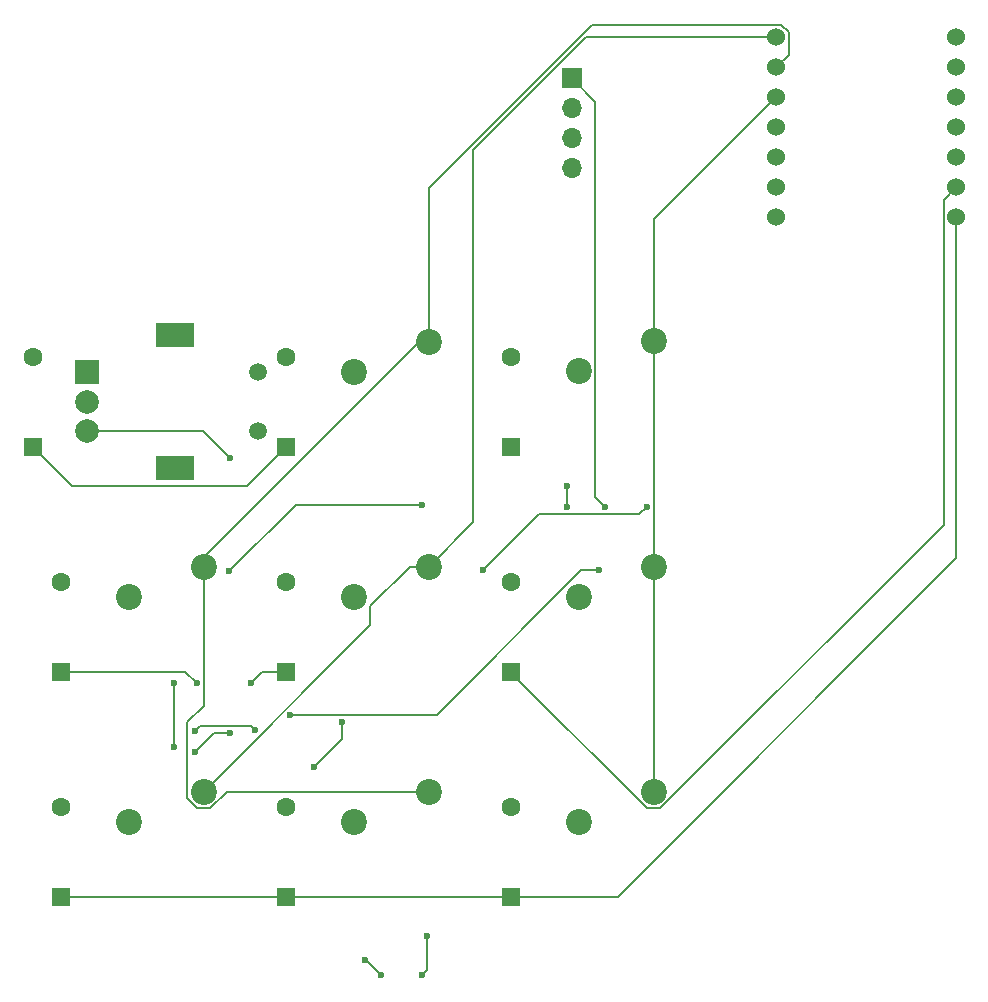
<source format=gbr>
%TF.GenerationSoftware,KiCad,Pcbnew,9.0.2*%
%TF.CreationDate,2025-07-05T22:13:59-05:00*%
%TF.ProjectId,starpad,73746172-7061-4642-9e6b-696361645f70,rev?*%
%TF.SameCoordinates,Original*%
%TF.FileFunction,Copper,L2,Bot*%
%TF.FilePolarity,Positive*%
%FSLAX46Y46*%
G04 Gerber Fmt 4.6, Leading zero omitted, Abs format (unit mm)*
G04 Created by KiCad (PCBNEW 9.0.2) date 2025-07-05 22:13:59*
%MOMM*%
%LPD*%
G01*
G04 APERTURE LIST*
G04 Aperture macros list*
%AMRoundRect*
0 Rectangle with rounded corners*
0 $1 Rounding radius*
0 $2 $3 $4 $5 $6 $7 $8 $9 X,Y pos of 4 corners*
0 Add a 4 corners polygon primitive as box body*
4,1,4,$2,$3,$4,$5,$6,$7,$8,$9,$2,$3,0*
0 Add four circle primitives for the rounded corners*
1,1,$1+$1,$2,$3*
1,1,$1+$1,$4,$5*
1,1,$1+$1,$6,$7*
1,1,$1+$1,$8,$9*
0 Add four rect primitives between the rounded corners*
20,1,$1+$1,$2,$3,$4,$5,0*
20,1,$1+$1,$4,$5,$6,$7,0*
20,1,$1+$1,$6,$7,$8,$9,0*
20,1,$1+$1,$8,$9,$2,$3,0*%
G04 Aperture macros list end*
%TA.AperFunction,ComponentPad*%
%ADD10C,1.524000*%
%TD*%
%TA.AperFunction,ComponentPad*%
%ADD11RoundRect,0.250000X0.550000X-0.550000X0.550000X0.550000X-0.550000X0.550000X-0.550000X-0.550000X0*%
%TD*%
%TA.AperFunction,ComponentPad*%
%ADD12C,1.600000*%
%TD*%
%TA.AperFunction,ComponentPad*%
%ADD13R,1.700000X1.700000*%
%TD*%
%TA.AperFunction,ComponentPad*%
%ADD14O,1.700000X1.700000*%
%TD*%
%TA.AperFunction,ComponentPad*%
%ADD15C,2.200000*%
%TD*%
%TA.AperFunction,ComponentPad*%
%ADD16C,1.500000*%
%TD*%
%TA.AperFunction,ComponentPad*%
%ADD17R,2.000000X2.000000*%
%TD*%
%TA.AperFunction,ComponentPad*%
%ADD18C,2.000000*%
%TD*%
%TA.AperFunction,ComponentPad*%
%ADD19R,3.200000X2.000000*%
%TD*%
%TA.AperFunction,ViaPad*%
%ADD20C,0.600000*%
%TD*%
%TA.AperFunction,Conductor*%
%ADD21C,0.200000*%
%TD*%
G04 APERTURE END LIST*
D10*
%TO.P,U1,1,GPIO26/ADC0/A0*%
%TO.N,Col1*%
X131970000Y-92960000D03*
%TO.P,U1,2,GPIO27/ADC1/A1*%
%TO.N,Col2*%
X131970000Y-95500000D03*
%TO.P,U1,3,GPIO28/ADC2/A2*%
%TO.N,Col3*%
X131970000Y-98040000D03*
%TO.P,U1,4,GPIO29/ADC3/A3*%
%TO.N,LEDs*%
X131970000Y-100580000D03*
%TO.P,U1,5,GPIO6/SDA*%
%TO.N,SDA*%
X131970000Y-103120000D03*
%TO.P,U1,6,GPIO7/SCL*%
%TO.N,SCL*%
X131970000Y-105660000D03*
%TO.P,U1,7,GPIO0/TX*%
%TO.N,Row1*%
X131970000Y-108200000D03*
%TO.P,U1,8,GPIO1/RX*%
%TO.N,Row3*%
X147210000Y-108200000D03*
%TO.P,U1,9,GPIO2/SCK*%
%TO.N,Row2*%
X147210000Y-105660000D03*
%TO.P,U1,10,GPIO4/MISO*%
%TO.N,Rota2*%
X147210000Y-103120000D03*
%TO.P,U1,11,GPIO3/MOSI*%
%TO.N,Rota1*%
X147210000Y-100580000D03*
%TO.P,U1,12,3V3*%
%TO.N,unconnected-(U1-3V3-Pad12)*%
X147210000Y-98040000D03*
%TO.P,U1,13,GND*%
%TO.N,GND*%
X147210000Y-95500000D03*
%TO.P,U1,14,VBUS*%
%TO.N,+5V*%
X147210000Y-92960000D03*
%TD*%
D11*
%TO.P,D7,1,K*%
%TO.N,Row3*%
X90487500Y-165735000D03*
D12*
%TO.P,D7,2,A*%
%TO.N,Net-(D7-A)*%
X90487500Y-158115000D03*
%TD*%
D11*
%TO.P,D4,1,K*%
%TO.N,Row2*%
X90487500Y-146685000D03*
D12*
%TO.P,D4,2,A*%
%TO.N,Net-(D4-A)*%
X90487500Y-139065000D03*
%TD*%
D13*
%TO.P,J1,1,Pin_1*%
%TO.N,GND*%
X114685000Y-96455000D03*
D14*
%TO.P,J1,2,Pin_2*%
%TO.N,+3V3*%
X114685000Y-98995000D03*
%TO.P,J1,3,Pin_3*%
%TO.N,SCL*%
X114685000Y-101535000D03*
%TO.P,J1,4,Pin_4*%
%TO.N,SDA*%
X114685000Y-104075000D03*
%TD*%
D11*
%TO.P,D6,1,K*%
%TO.N,Row3*%
X71437500Y-165735000D03*
D12*
%TO.P,D6,2,A*%
%TO.N,Net-(D6-A)*%
X71437500Y-158115000D03*
%TD*%
D15*
%TO.P,SW6,1,1*%
%TO.N,Col1*%
X83502500Y-156845000D03*
%TO.P,SW6,2,2*%
%TO.N,Net-(D6-A)*%
X77152500Y-159385000D03*
%TD*%
D11*
%TO.P,D2,1,K*%
%TO.N,Row1*%
X109537500Y-127635000D03*
D12*
%TO.P,D2,2,A*%
%TO.N,Net-(D2-A)*%
X109537500Y-120015000D03*
%TD*%
D15*
%TO.P,SW2,1,1*%
%TO.N,Col3*%
X121612500Y-118725000D03*
%TO.P,SW2,2,2*%
%TO.N,Net-(D2-A)*%
X115262500Y-121265000D03*
%TD*%
%TO.P,SW3,1,1*%
%TO.N,Col2*%
X83502500Y-137795000D03*
%TO.P,SW3,2,2*%
%TO.N,Net-(D3-A)*%
X77152500Y-140335000D03*
%TD*%
D11*
%TO.P,D1,1,K*%
%TO.N,Row1*%
X90487500Y-127635000D03*
D12*
%TO.P,D1,2,A*%
%TO.N,Net-(D1-A)*%
X90487500Y-120015000D03*
%TD*%
D11*
%TO.P,D5,1,K*%
%TO.N,Row2*%
X109537500Y-146685000D03*
D12*
%TO.P,D5,2,A*%
%TO.N,Net-(D5-A)*%
X109537500Y-139065000D03*
%TD*%
D16*
%TO.P,SW10,*%
%TO.N,*%
X88106250Y-121325000D03*
X88106250Y-126325000D03*
D17*
%TO.P,SW10,A,A*%
%TO.N,Rota1*%
X73606250Y-121325000D03*
D18*
%TO.P,SW10,B,B*%
%TO.N,Rota2*%
X73606250Y-126325000D03*
%TO.P,SW10,C,C*%
%TO.N,GND*%
X73606250Y-123825000D03*
D19*
%TO.P,SW10,MP*%
%TO.N,N/C*%
X81106250Y-118225000D03*
X81106250Y-129425000D03*
%TD*%
D15*
%TO.P,SW8,1,1*%
%TO.N,Col3*%
X121602500Y-156845000D03*
%TO.P,SW8,2,2*%
%TO.N,Net-(D8-A)*%
X115252500Y-159385000D03*
%TD*%
%TO.P,SW7,1,1*%
%TO.N,Col2*%
X102552500Y-156845000D03*
%TO.P,SW7,2,2*%
%TO.N,Net-(D7-A)*%
X96202500Y-159385000D03*
%TD*%
%TO.P,SW5,1,1*%
%TO.N,Col3*%
X121602500Y-137795000D03*
%TO.P,SW5,2,2*%
%TO.N,Net-(D5-A)*%
X115252500Y-140335000D03*
%TD*%
D11*
%TO.P,D9,1,K*%
%TO.N,Row1*%
X69056250Y-127635000D03*
D12*
%TO.P,D9,2,A*%
%TO.N,Net-(D9-A)*%
X69056250Y-120015000D03*
%TD*%
D11*
%TO.P,D8,1,K*%
%TO.N,Row3*%
X109537500Y-165735000D03*
D12*
%TO.P,D8,2,A*%
%TO.N,Net-(D8-A)*%
X109537500Y-158115000D03*
%TD*%
D15*
%TO.P,SW1,1,1*%
%TO.N,Col2*%
X102552500Y-118745000D03*
%TO.P,SW1,2,2*%
%TO.N,Net-(D1-A)*%
X96202500Y-121285000D03*
%TD*%
%TO.P,SW4,1,1*%
%TO.N,Col1*%
X102552500Y-137795000D03*
%TO.P,SW4,2,2*%
%TO.N,Net-(D4-A)*%
X96202500Y-140335000D03*
%TD*%
D11*
%TO.P,D3,1,K*%
%TO.N,Row2*%
X71437500Y-146685000D03*
D12*
%TO.P,D3,2,A*%
%TO.N,Net-(D3-A)*%
X71437500Y-139065000D03*
%TD*%
D20*
%TO.N,Row2*%
X87506250Y-147637500D03*
X82902500Y-147637500D03*
%TO.N,+5V*%
X102393750Y-169068750D03*
X85725000Y-151876000D03*
X92868750Y-154781250D03*
X102000000Y-172335000D03*
X95250000Y-150963640D03*
X82750000Y-153500000D03*
%TO.N,GND*%
X117500000Y-132750000D03*
X114300000Y-130968750D03*
X114300000Y-132751000D03*
%TO.N,Net-(D11-DOUT)*%
X85681985Y-138155515D03*
X80962500Y-147637500D03*
X102000000Y-132541875D03*
X80962500Y-153076000D03*
%TO.N,Net-(D12-DIN)*%
X116999000Y-138112500D03*
X82750000Y-151750000D03*
X87864610Y-151634360D03*
X90832390Y-150363640D03*
%TO.N,Net-(D12-DOUT)*%
X121000000Y-132750000D03*
X107156250Y-138112500D03*
%TO.N,Net-(D16-DOUT)*%
X97132475Y-171103996D03*
X98500000Y-172335000D03*
%TO.N,Rota2*%
X85725000Y-128587500D03*
%TD*%
D21*
%TO.N,Row1*%
X87153750Y-130968750D02*
X90487500Y-127635000D01*
X72390000Y-130968750D02*
X87153750Y-130968750D01*
X69056250Y-127635000D02*
X72390000Y-130968750D01*
%TO.N,Row2*%
X146147000Y-106723000D02*
X146147000Y-134281814D01*
X122182814Y-158246000D02*
X121022186Y-158246000D01*
X109537500Y-146761314D02*
X109537500Y-146685000D01*
X88458750Y-146685000D02*
X90487500Y-146685000D01*
X87506250Y-147637500D02*
X88458750Y-146685000D01*
X121022186Y-158246000D02*
X109537500Y-146761314D01*
X146147000Y-134281814D02*
X122182814Y-158246000D01*
X71437500Y-146685000D02*
X81950000Y-146685000D01*
X147210000Y-105660000D02*
X146147000Y-106723000D01*
X81950000Y-146685000D02*
X82902500Y-147637500D01*
%TO.N,Row3*%
X109537500Y-165735000D02*
X90487500Y-165735000D01*
X90487500Y-165735000D02*
X71437500Y-165735000D01*
X147210000Y-108200000D02*
X147210000Y-137102316D01*
X147210000Y-137102316D02*
X118577316Y-165735000D01*
X118577316Y-165735000D02*
X109537500Y-165735000D01*
%TO.N,+5V*%
X84374000Y-151876000D02*
X82750000Y-153500000D01*
X92868750Y-154781250D02*
X95250000Y-152400000D01*
X102393750Y-171941250D02*
X102000000Y-172335000D01*
X95250000Y-152400000D02*
X95250000Y-150963640D01*
X85725000Y-151876000D02*
X84374000Y-151876000D01*
X102393750Y-169068750D02*
X102393750Y-171941250D01*
%TO.N,GND*%
X116681250Y-131931250D02*
X117500000Y-132750000D01*
X116681250Y-98451250D02*
X116681250Y-131931250D01*
X114685000Y-96455000D02*
X116681250Y-98451250D01*
X114300000Y-130968750D02*
X114300000Y-132751000D01*
%TO.N,Net-(D11-DOUT)*%
X91295625Y-132541875D02*
X102000000Y-132541875D01*
X85681985Y-138155515D02*
X91295625Y-132541875D01*
X80962500Y-153076000D02*
X80962500Y-147637500D01*
%TO.N,Net-(D12-DIN)*%
X87505250Y-151275000D02*
X83225000Y-151275000D01*
X83225000Y-151275000D02*
X82750000Y-151750000D01*
X115493686Y-138112500D02*
X103242546Y-150363640D01*
X116999000Y-138112500D02*
X115493686Y-138112500D01*
X87864610Y-151634360D02*
X87505250Y-151275000D01*
X103242546Y-150363640D02*
X90832390Y-150363640D01*
%TO.N,Net-(D12-DOUT)*%
X107156250Y-138112500D02*
X111917750Y-133351000D01*
X120399000Y-133351000D02*
X121000000Y-132750000D01*
X111917750Y-133351000D02*
X120399000Y-133351000D01*
%TO.N,Net-(D16-DOUT)*%
X97268996Y-171103996D02*
X98500000Y-172335000D01*
X97132475Y-171103996D02*
X97268996Y-171103996D01*
%TO.N,Col2*%
X83502500Y-149563000D02*
X82101500Y-150964000D01*
X133033000Y-92519690D02*
X132410310Y-91897000D01*
X82101500Y-157425314D02*
X82922186Y-158246000D01*
X132410310Y-91897000D02*
X116373900Y-91897000D01*
X102552500Y-105718400D02*
X102552500Y-118745000D01*
X133033000Y-94437000D02*
X133033000Y-92519690D01*
X102552500Y-118745000D02*
X101710970Y-118745000D01*
X101710970Y-118745000D02*
X83502500Y-136953470D01*
X84082814Y-158246000D02*
X85483814Y-156845000D01*
X116373900Y-91897000D02*
X102552500Y-105718400D01*
X82101500Y-150964000D02*
X82101500Y-157425314D01*
X82922186Y-158246000D02*
X84082814Y-158246000D01*
X85483814Y-156845000D02*
X102552500Y-156845000D01*
X131970000Y-95500000D02*
X133033000Y-94437000D01*
X83502500Y-137795000D02*
X83502500Y-149563000D01*
X83502500Y-136953470D02*
X83502500Y-137795000D01*
%TO.N,Col3*%
X121612500Y-118725000D02*
X121612500Y-137785000D01*
X121602500Y-137795000D02*
X121602500Y-156845000D01*
X121612500Y-108397500D02*
X121612500Y-118725000D01*
X121612500Y-137785000D02*
X121602500Y-137795000D01*
X131970000Y-98040000D02*
X121612500Y-108397500D01*
%TO.N,Col1*%
X102552500Y-137795000D02*
X100996866Y-137795000D01*
X97631250Y-142716250D02*
X83502500Y-156845000D01*
X97631250Y-141160616D02*
X97631250Y-142716250D01*
X131970000Y-92960000D02*
X115878000Y-92960000D01*
X115878000Y-92960000D02*
X106293500Y-102544500D01*
X106293500Y-102544500D02*
X106293500Y-134054000D01*
X100996866Y-137795000D02*
X97631250Y-141160616D01*
X106293500Y-134054000D02*
X102552500Y-137795000D01*
%TO.N,Rota2*%
X85725000Y-128587500D02*
X83462500Y-126325000D01*
X83462500Y-126325000D02*
X73606250Y-126325000D01*
%TD*%
M02*

</source>
